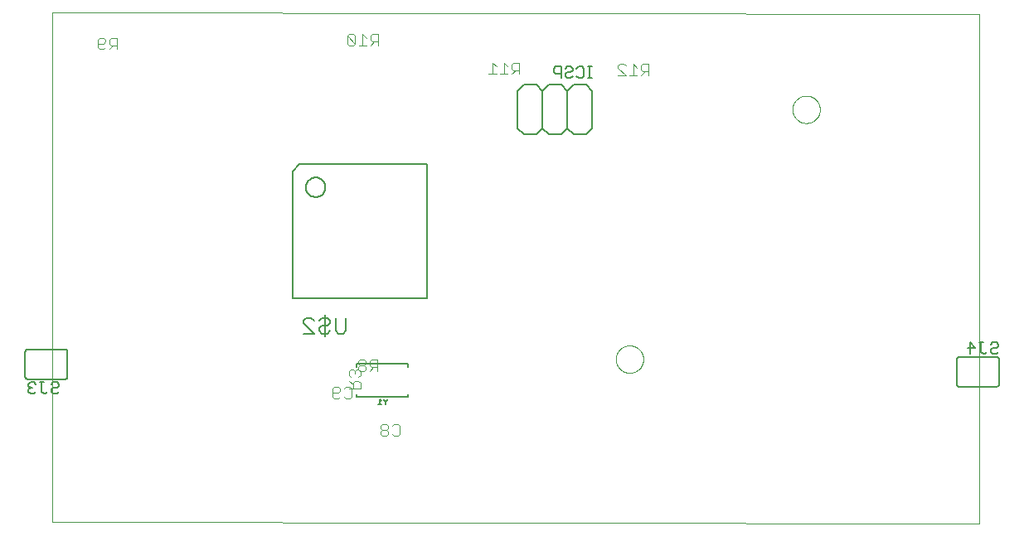
<source format=gbo>
G75*
%MOIN*%
%OFA0B0*%
%FSLAX25Y25*%
%IPPOS*%
%LPD*%
%AMOC8*
5,1,8,0,0,1.08239X$1,22.5*
%
%ADD10C,0.00000*%
%ADD11C,0.00600*%
%ADD12C,0.00500*%
%ADD13C,0.00800*%
%ADD14C,0.00400*%
%ADD15C,0.00700*%
D10*
X0014000Y0001800D02*
X0014000Y0206761D01*
X0386701Y0206261D01*
X0386701Y0001300D01*
X0014000Y0001800D01*
X0240488Y0067300D02*
X0240490Y0067448D01*
X0240496Y0067596D01*
X0240506Y0067744D01*
X0240520Y0067891D01*
X0240538Y0068038D01*
X0240559Y0068184D01*
X0240585Y0068330D01*
X0240615Y0068475D01*
X0240648Y0068619D01*
X0240686Y0068762D01*
X0240727Y0068904D01*
X0240772Y0069045D01*
X0240820Y0069185D01*
X0240873Y0069324D01*
X0240929Y0069461D01*
X0240989Y0069596D01*
X0241052Y0069730D01*
X0241119Y0069862D01*
X0241190Y0069992D01*
X0241264Y0070120D01*
X0241341Y0070246D01*
X0241422Y0070370D01*
X0241506Y0070492D01*
X0241593Y0070611D01*
X0241684Y0070728D01*
X0241778Y0070843D01*
X0241874Y0070955D01*
X0241974Y0071065D01*
X0242076Y0071171D01*
X0242182Y0071275D01*
X0242290Y0071376D01*
X0242401Y0071474D01*
X0242514Y0071570D01*
X0242630Y0071662D01*
X0242748Y0071751D01*
X0242869Y0071836D01*
X0242992Y0071919D01*
X0243117Y0071998D01*
X0243244Y0072074D01*
X0243373Y0072146D01*
X0243504Y0072215D01*
X0243637Y0072280D01*
X0243772Y0072341D01*
X0243908Y0072399D01*
X0244045Y0072454D01*
X0244184Y0072504D01*
X0244325Y0072551D01*
X0244466Y0072594D01*
X0244609Y0072634D01*
X0244753Y0072669D01*
X0244897Y0072701D01*
X0245043Y0072728D01*
X0245189Y0072752D01*
X0245336Y0072772D01*
X0245483Y0072788D01*
X0245630Y0072800D01*
X0245778Y0072808D01*
X0245926Y0072812D01*
X0246074Y0072812D01*
X0246222Y0072808D01*
X0246370Y0072800D01*
X0246517Y0072788D01*
X0246664Y0072772D01*
X0246811Y0072752D01*
X0246957Y0072728D01*
X0247103Y0072701D01*
X0247247Y0072669D01*
X0247391Y0072634D01*
X0247534Y0072594D01*
X0247675Y0072551D01*
X0247816Y0072504D01*
X0247955Y0072454D01*
X0248092Y0072399D01*
X0248228Y0072341D01*
X0248363Y0072280D01*
X0248496Y0072215D01*
X0248627Y0072146D01*
X0248756Y0072074D01*
X0248883Y0071998D01*
X0249008Y0071919D01*
X0249131Y0071836D01*
X0249252Y0071751D01*
X0249370Y0071662D01*
X0249486Y0071570D01*
X0249599Y0071474D01*
X0249710Y0071376D01*
X0249818Y0071275D01*
X0249924Y0071171D01*
X0250026Y0071065D01*
X0250126Y0070955D01*
X0250222Y0070843D01*
X0250316Y0070728D01*
X0250407Y0070611D01*
X0250494Y0070492D01*
X0250578Y0070370D01*
X0250659Y0070246D01*
X0250736Y0070120D01*
X0250810Y0069992D01*
X0250881Y0069862D01*
X0250948Y0069730D01*
X0251011Y0069596D01*
X0251071Y0069461D01*
X0251127Y0069324D01*
X0251180Y0069185D01*
X0251228Y0069045D01*
X0251273Y0068904D01*
X0251314Y0068762D01*
X0251352Y0068619D01*
X0251385Y0068475D01*
X0251415Y0068330D01*
X0251441Y0068184D01*
X0251462Y0068038D01*
X0251480Y0067891D01*
X0251494Y0067744D01*
X0251504Y0067596D01*
X0251510Y0067448D01*
X0251512Y0067300D01*
X0251510Y0067152D01*
X0251504Y0067004D01*
X0251494Y0066856D01*
X0251480Y0066709D01*
X0251462Y0066562D01*
X0251441Y0066416D01*
X0251415Y0066270D01*
X0251385Y0066125D01*
X0251352Y0065981D01*
X0251314Y0065838D01*
X0251273Y0065696D01*
X0251228Y0065555D01*
X0251180Y0065415D01*
X0251127Y0065276D01*
X0251071Y0065139D01*
X0251011Y0065004D01*
X0250948Y0064870D01*
X0250881Y0064738D01*
X0250810Y0064608D01*
X0250736Y0064480D01*
X0250659Y0064354D01*
X0250578Y0064230D01*
X0250494Y0064108D01*
X0250407Y0063989D01*
X0250316Y0063872D01*
X0250222Y0063757D01*
X0250126Y0063645D01*
X0250026Y0063535D01*
X0249924Y0063429D01*
X0249818Y0063325D01*
X0249710Y0063224D01*
X0249599Y0063126D01*
X0249486Y0063030D01*
X0249370Y0062938D01*
X0249252Y0062849D01*
X0249131Y0062764D01*
X0249008Y0062681D01*
X0248883Y0062602D01*
X0248756Y0062526D01*
X0248627Y0062454D01*
X0248496Y0062385D01*
X0248363Y0062320D01*
X0248228Y0062259D01*
X0248092Y0062201D01*
X0247955Y0062146D01*
X0247816Y0062096D01*
X0247675Y0062049D01*
X0247534Y0062006D01*
X0247391Y0061966D01*
X0247247Y0061931D01*
X0247103Y0061899D01*
X0246957Y0061872D01*
X0246811Y0061848D01*
X0246664Y0061828D01*
X0246517Y0061812D01*
X0246370Y0061800D01*
X0246222Y0061792D01*
X0246074Y0061788D01*
X0245926Y0061788D01*
X0245778Y0061792D01*
X0245630Y0061800D01*
X0245483Y0061812D01*
X0245336Y0061828D01*
X0245189Y0061848D01*
X0245043Y0061872D01*
X0244897Y0061899D01*
X0244753Y0061931D01*
X0244609Y0061966D01*
X0244466Y0062006D01*
X0244325Y0062049D01*
X0244184Y0062096D01*
X0244045Y0062146D01*
X0243908Y0062201D01*
X0243772Y0062259D01*
X0243637Y0062320D01*
X0243504Y0062385D01*
X0243373Y0062454D01*
X0243244Y0062526D01*
X0243117Y0062602D01*
X0242992Y0062681D01*
X0242869Y0062764D01*
X0242748Y0062849D01*
X0242630Y0062938D01*
X0242514Y0063030D01*
X0242401Y0063126D01*
X0242290Y0063224D01*
X0242182Y0063325D01*
X0242076Y0063429D01*
X0241974Y0063535D01*
X0241874Y0063645D01*
X0241778Y0063757D01*
X0241684Y0063872D01*
X0241593Y0063989D01*
X0241506Y0064108D01*
X0241422Y0064230D01*
X0241341Y0064354D01*
X0241264Y0064480D01*
X0241190Y0064608D01*
X0241119Y0064738D01*
X0241052Y0064870D01*
X0240989Y0065004D01*
X0240929Y0065139D01*
X0240873Y0065276D01*
X0240820Y0065415D01*
X0240772Y0065555D01*
X0240727Y0065696D01*
X0240686Y0065838D01*
X0240648Y0065981D01*
X0240615Y0066125D01*
X0240585Y0066270D01*
X0240559Y0066416D01*
X0240538Y0066562D01*
X0240520Y0066709D01*
X0240506Y0066856D01*
X0240496Y0067004D01*
X0240490Y0067152D01*
X0240488Y0067300D01*
X0311488Y0167800D02*
X0311490Y0167948D01*
X0311496Y0168096D01*
X0311506Y0168244D01*
X0311520Y0168391D01*
X0311538Y0168538D01*
X0311559Y0168684D01*
X0311585Y0168830D01*
X0311615Y0168975D01*
X0311648Y0169119D01*
X0311686Y0169262D01*
X0311727Y0169404D01*
X0311772Y0169545D01*
X0311820Y0169685D01*
X0311873Y0169824D01*
X0311929Y0169961D01*
X0311989Y0170096D01*
X0312052Y0170230D01*
X0312119Y0170362D01*
X0312190Y0170492D01*
X0312264Y0170620D01*
X0312341Y0170746D01*
X0312422Y0170870D01*
X0312506Y0170992D01*
X0312593Y0171111D01*
X0312684Y0171228D01*
X0312778Y0171343D01*
X0312874Y0171455D01*
X0312974Y0171565D01*
X0313076Y0171671D01*
X0313182Y0171775D01*
X0313290Y0171876D01*
X0313401Y0171974D01*
X0313514Y0172070D01*
X0313630Y0172162D01*
X0313748Y0172251D01*
X0313869Y0172336D01*
X0313992Y0172419D01*
X0314117Y0172498D01*
X0314244Y0172574D01*
X0314373Y0172646D01*
X0314504Y0172715D01*
X0314637Y0172780D01*
X0314772Y0172841D01*
X0314908Y0172899D01*
X0315045Y0172954D01*
X0315184Y0173004D01*
X0315325Y0173051D01*
X0315466Y0173094D01*
X0315609Y0173134D01*
X0315753Y0173169D01*
X0315897Y0173201D01*
X0316043Y0173228D01*
X0316189Y0173252D01*
X0316336Y0173272D01*
X0316483Y0173288D01*
X0316630Y0173300D01*
X0316778Y0173308D01*
X0316926Y0173312D01*
X0317074Y0173312D01*
X0317222Y0173308D01*
X0317370Y0173300D01*
X0317517Y0173288D01*
X0317664Y0173272D01*
X0317811Y0173252D01*
X0317957Y0173228D01*
X0318103Y0173201D01*
X0318247Y0173169D01*
X0318391Y0173134D01*
X0318534Y0173094D01*
X0318675Y0173051D01*
X0318816Y0173004D01*
X0318955Y0172954D01*
X0319092Y0172899D01*
X0319228Y0172841D01*
X0319363Y0172780D01*
X0319496Y0172715D01*
X0319627Y0172646D01*
X0319756Y0172574D01*
X0319883Y0172498D01*
X0320008Y0172419D01*
X0320131Y0172336D01*
X0320252Y0172251D01*
X0320370Y0172162D01*
X0320486Y0172070D01*
X0320599Y0171974D01*
X0320710Y0171876D01*
X0320818Y0171775D01*
X0320924Y0171671D01*
X0321026Y0171565D01*
X0321126Y0171455D01*
X0321222Y0171343D01*
X0321316Y0171228D01*
X0321407Y0171111D01*
X0321494Y0170992D01*
X0321578Y0170870D01*
X0321659Y0170746D01*
X0321736Y0170620D01*
X0321810Y0170492D01*
X0321881Y0170362D01*
X0321948Y0170230D01*
X0322011Y0170096D01*
X0322071Y0169961D01*
X0322127Y0169824D01*
X0322180Y0169685D01*
X0322228Y0169545D01*
X0322273Y0169404D01*
X0322314Y0169262D01*
X0322352Y0169119D01*
X0322385Y0168975D01*
X0322415Y0168830D01*
X0322441Y0168684D01*
X0322462Y0168538D01*
X0322480Y0168391D01*
X0322494Y0168244D01*
X0322504Y0168096D01*
X0322510Y0167948D01*
X0322512Y0167800D01*
X0322510Y0167652D01*
X0322504Y0167504D01*
X0322494Y0167356D01*
X0322480Y0167209D01*
X0322462Y0167062D01*
X0322441Y0166916D01*
X0322415Y0166770D01*
X0322385Y0166625D01*
X0322352Y0166481D01*
X0322314Y0166338D01*
X0322273Y0166196D01*
X0322228Y0166055D01*
X0322180Y0165915D01*
X0322127Y0165776D01*
X0322071Y0165639D01*
X0322011Y0165504D01*
X0321948Y0165370D01*
X0321881Y0165238D01*
X0321810Y0165108D01*
X0321736Y0164980D01*
X0321659Y0164854D01*
X0321578Y0164730D01*
X0321494Y0164608D01*
X0321407Y0164489D01*
X0321316Y0164372D01*
X0321222Y0164257D01*
X0321126Y0164145D01*
X0321026Y0164035D01*
X0320924Y0163929D01*
X0320818Y0163825D01*
X0320710Y0163724D01*
X0320599Y0163626D01*
X0320486Y0163530D01*
X0320370Y0163438D01*
X0320252Y0163349D01*
X0320131Y0163264D01*
X0320008Y0163181D01*
X0319883Y0163102D01*
X0319756Y0163026D01*
X0319627Y0162954D01*
X0319496Y0162885D01*
X0319363Y0162820D01*
X0319228Y0162759D01*
X0319092Y0162701D01*
X0318955Y0162646D01*
X0318816Y0162596D01*
X0318675Y0162549D01*
X0318534Y0162506D01*
X0318391Y0162466D01*
X0318247Y0162431D01*
X0318103Y0162399D01*
X0317957Y0162372D01*
X0317811Y0162348D01*
X0317664Y0162328D01*
X0317517Y0162312D01*
X0317370Y0162300D01*
X0317222Y0162292D01*
X0317074Y0162288D01*
X0316926Y0162288D01*
X0316778Y0162292D01*
X0316630Y0162300D01*
X0316483Y0162312D01*
X0316336Y0162328D01*
X0316189Y0162348D01*
X0316043Y0162372D01*
X0315897Y0162399D01*
X0315753Y0162431D01*
X0315609Y0162466D01*
X0315466Y0162506D01*
X0315325Y0162549D01*
X0315184Y0162596D01*
X0315045Y0162646D01*
X0314908Y0162701D01*
X0314772Y0162759D01*
X0314637Y0162820D01*
X0314504Y0162885D01*
X0314373Y0162954D01*
X0314244Y0163026D01*
X0314117Y0163102D01*
X0313992Y0163181D01*
X0313869Y0163264D01*
X0313748Y0163349D01*
X0313630Y0163438D01*
X0313514Y0163530D01*
X0313401Y0163626D01*
X0313290Y0163724D01*
X0313182Y0163825D01*
X0313076Y0163929D01*
X0312974Y0164035D01*
X0312874Y0164145D01*
X0312778Y0164257D01*
X0312684Y0164372D01*
X0312593Y0164489D01*
X0312506Y0164608D01*
X0312422Y0164730D01*
X0312341Y0164854D01*
X0312264Y0164980D01*
X0312190Y0165108D01*
X0312119Y0165238D01*
X0312052Y0165370D01*
X0311989Y0165504D01*
X0311929Y0165639D01*
X0311873Y0165776D01*
X0311820Y0165915D01*
X0311772Y0166055D01*
X0311727Y0166196D01*
X0311686Y0166338D01*
X0311648Y0166481D01*
X0311615Y0166625D01*
X0311585Y0166770D01*
X0311559Y0166916D01*
X0311538Y0167062D01*
X0311520Y0167209D01*
X0311506Y0167356D01*
X0311496Y0167504D01*
X0311490Y0167652D01*
X0311488Y0167800D01*
D11*
X0231000Y0160300D02*
X0231000Y0175300D01*
X0228500Y0177800D01*
X0223500Y0177800D01*
X0221000Y0175300D01*
X0221000Y0160300D01*
X0218500Y0157800D01*
X0213500Y0157800D01*
X0211000Y0160300D01*
X0208500Y0157800D01*
X0203500Y0157800D01*
X0201000Y0160300D01*
X0201000Y0175300D01*
X0203500Y0177800D01*
X0208500Y0177800D01*
X0211000Y0175300D01*
X0211000Y0160300D01*
X0221000Y0160300D02*
X0223500Y0157800D01*
X0228500Y0157800D01*
X0231000Y0160300D01*
X0221000Y0175300D02*
X0218500Y0177800D01*
X0213500Y0177800D01*
X0211000Y0175300D01*
X0164559Y0145859D02*
X0113394Y0145859D01*
X0110441Y0142906D01*
X0110441Y0091741D01*
X0164559Y0091741D01*
X0164559Y0145859D01*
X0115846Y0136517D02*
X0115848Y0136642D01*
X0115854Y0136767D01*
X0115864Y0136891D01*
X0115878Y0137015D01*
X0115895Y0137139D01*
X0115917Y0137262D01*
X0115943Y0137384D01*
X0115972Y0137506D01*
X0116005Y0137626D01*
X0116043Y0137745D01*
X0116083Y0137864D01*
X0116128Y0137980D01*
X0116176Y0138095D01*
X0116228Y0138209D01*
X0116284Y0138321D01*
X0116343Y0138431D01*
X0116405Y0138539D01*
X0116471Y0138646D01*
X0116540Y0138750D01*
X0116613Y0138851D01*
X0116688Y0138951D01*
X0116767Y0139048D01*
X0116849Y0139142D01*
X0116934Y0139234D01*
X0117021Y0139323D01*
X0117112Y0139409D01*
X0117205Y0139492D01*
X0117301Y0139573D01*
X0117399Y0139650D01*
X0117499Y0139724D01*
X0117602Y0139795D01*
X0117707Y0139862D01*
X0117815Y0139927D01*
X0117924Y0139987D01*
X0118035Y0140045D01*
X0118148Y0140098D01*
X0118262Y0140148D01*
X0118378Y0140195D01*
X0118495Y0140237D01*
X0118614Y0140276D01*
X0118734Y0140312D01*
X0118855Y0140343D01*
X0118977Y0140371D01*
X0119099Y0140394D01*
X0119223Y0140414D01*
X0119347Y0140430D01*
X0119471Y0140442D01*
X0119596Y0140450D01*
X0119721Y0140454D01*
X0119845Y0140454D01*
X0119970Y0140450D01*
X0120095Y0140442D01*
X0120219Y0140430D01*
X0120343Y0140414D01*
X0120467Y0140394D01*
X0120589Y0140371D01*
X0120711Y0140343D01*
X0120832Y0140312D01*
X0120952Y0140276D01*
X0121071Y0140237D01*
X0121188Y0140195D01*
X0121304Y0140148D01*
X0121418Y0140098D01*
X0121531Y0140045D01*
X0121642Y0139987D01*
X0121752Y0139927D01*
X0121859Y0139862D01*
X0121964Y0139795D01*
X0122067Y0139724D01*
X0122167Y0139650D01*
X0122265Y0139573D01*
X0122361Y0139492D01*
X0122454Y0139409D01*
X0122545Y0139323D01*
X0122632Y0139234D01*
X0122717Y0139142D01*
X0122799Y0139048D01*
X0122878Y0138951D01*
X0122953Y0138851D01*
X0123026Y0138750D01*
X0123095Y0138646D01*
X0123161Y0138539D01*
X0123223Y0138431D01*
X0123282Y0138321D01*
X0123338Y0138209D01*
X0123390Y0138095D01*
X0123438Y0137980D01*
X0123483Y0137864D01*
X0123523Y0137745D01*
X0123561Y0137626D01*
X0123594Y0137506D01*
X0123623Y0137384D01*
X0123649Y0137262D01*
X0123671Y0137139D01*
X0123688Y0137015D01*
X0123702Y0136891D01*
X0123712Y0136767D01*
X0123718Y0136642D01*
X0123720Y0136517D01*
X0123718Y0136392D01*
X0123712Y0136267D01*
X0123702Y0136143D01*
X0123688Y0136019D01*
X0123671Y0135895D01*
X0123649Y0135772D01*
X0123623Y0135650D01*
X0123594Y0135528D01*
X0123561Y0135408D01*
X0123523Y0135289D01*
X0123483Y0135170D01*
X0123438Y0135054D01*
X0123390Y0134939D01*
X0123338Y0134825D01*
X0123282Y0134713D01*
X0123223Y0134603D01*
X0123161Y0134495D01*
X0123095Y0134388D01*
X0123026Y0134284D01*
X0122953Y0134183D01*
X0122878Y0134083D01*
X0122799Y0133986D01*
X0122717Y0133892D01*
X0122632Y0133800D01*
X0122545Y0133711D01*
X0122454Y0133625D01*
X0122361Y0133542D01*
X0122265Y0133461D01*
X0122167Y0133384D01*
X0122067Y0133310D01*
X0121964Y0133239D01*
X0121859Y0133172D01*
X0121751Y0133107D01*
X0121642Y0133047D01*
X0121531Y0132989D01*
X0121418Y0132936D01*
X0121304Y0132886D01*
X0121188Y0132839D01*
X0121071Y0132797D01*
X0120952Y0132758D01*
X0120832Y0132722D01*
X0120711Y0132691D01*
X0120589Y0132663D01*
X0120467Y0132640D01*
X0120343Y0132620D01*
X0120219Y0132604D01*
X0120095Y0132592D01*
X0119970Y0132584D01*
X0119845Y0132580D01*
X0119721Y0132580D01*
X0119596Y0132584D01*
X0119471Y0132592D01*
X0119347Y0132604D01*
X0119223Y0132620D01*
X0119099Y0132640D01*
X0118977Y0132663D01*
X0118855Y0132691D01*
X0118734Y0132722D01*
X0118614Y0132758D01*
X0118495Y0132797D01*
X0118378Y0132839D01*
X0118262Y0132886D01*
X0118148Y0132936D01*
X0118035Y0132989D01*
X0117924Y0133047D01*
X0117814Y0133107D01*
X0117707Y0133172D01*
X0117602Y0133239D01*
X0117499Y0133310D01*
X0117399Y0133384D01*
X0117301Y0133461D01*
X0117205Y0133542D01*
X0117112Y0133625D01*
X0117021Y0133711D01*
X0116934Y0133800D01*
X0116849Y0133892D01*
X0116767Y0133986D01*
X0116688Y0134083D01*
X0116613Y0134183D01*
X0116540Y0134284D01*
X0116471Y0134388D01*
X0116405Y0134495D01*
X0116343Y0134603D01*
X0116284Y0134713D01*
X0116228Y0134825D01*
X0116176Y0134939D01*
X0116128Y0135054D01*
X0116083Y0135170D01*
X0116043Y0135289D01*
X0116005Y0135408D01*
X0115972Y0135528D01*
X0115943Y0135650D01*
X0115917Y0135772D01*
X0115895Y0135895D01*
X0115878Y0136019D01*
X0115864Y0136143D01*
X0115854Y0136267D01*
X0115848Y0136392D01*
X0115846Y0136517D01*
X0019000Y0071300D02*
X0004000Y0071300D01*
X0003940Y0071298D01*
X0003879Y0071293D01*
X0003820Y0071284D01*
X0003761Y0071271D01*
X0003702Y0071255D01*
X0003645Y0071235D01*
X0003590Y0071212D01*
X0003535Y0071185D01*
X0003483Y0071156D01*
X0003432Y0071123D01*
X0003383Y0071087D01*
X0003337Y0071049D01*
X0003293Y0071007D01*
X0003251Y0070963D01*
X0003213Y0070917D01*
X0003177Y0070868D01*
X0003144Y0070817D01*
X0003115Y0070765D01*
X0003088Y0070710D01*
X0003065Y0070655D01*
X0003045Y0070598D01*
X0003029Y0070539D01*
X0003016Y0070480D01*
X0003007Y0070421D01*
X0003002Y0070360D01*
X0003000Y0070300D01*
X0003000Y0060300D01*
X0003002Y0060240D01*
X0003007Y0060179D01*
X0003016Y0060120D01*
X0003029Y0060061D01*
X0003045Y0060002D01*
X0003065Y0059945D01*
X0003088Y0059890D01*
X0003115Y0059835D01*
X0003144Y0059783D01*
X0003177Y0059732D01*
X0003213Y0059683D01*
X0003251Y0059637D01*
X0003293Y0059593D01*
X0003337Y0059551D01*
X0003383Y0059513D01*
X0003432Y0059477D01*
X0003483Y0059444D01*
X0003535Y0059415D01*
X0003590Y0059388D01*
X0003645Y0059365D01*
X0003702Y0059345D01*
X0003761Y0059329D01*
X0003820Y0059316D01*
X0003879Y0059307D01*
X0003940Y0059302D01*
X0004000Y0059300D01*
X0019000Y0059300D01*
X0019060Y0059302D01*
X0019121Y0059307D01*
X0019180Y0059316D01*
X0019239Y0059329D01*
X0019298Y0059345D01*
X0019355Y0059365D01*
X0019410Y0059388D01*
X0019465Y0059415D01*
X0019517Y0059444D01*
X0019568Y0059477D01*
X0019617Y0059513D01*
X0019663Y0059551D01*
X0019707Y0059593D01*
X0019749Y0059637D01*
X0019787Y0059683D01*
X0019823Y0059732D01*
X0019856Y0059783D01*
X0019885Y0059835D01*
X0019912Y0059890D01*
X0019935Y0059945D01*
X0019955Y0060002D01*
X0019971Y0060061D01*
X0019984Y0060120D01*
X0019993Y0060179D01*
X0019998Y0060240D01*
X0020000Y0060300D01*
X0020000Y0070300D01*
X0019998Y0070360D01*
X0019993Y0070421D01*
X0019984Y0070480D01*
X0019971Y0070539D01*
X0019955Y0070598D01*
X0019935Y0070655D01*
X0019912Y0070710D01*
X0019885Y0070765D01*
X0019856Y0070817D01*
X0019823Y0070868D01*
X0019787Y0070917D01*
X0019749Y0070963D01*
X0019707Y0071007D01*
X0019663Y0071049D01*
X0019617Y0071087D01*
X0019568Y0071123D01*
X0019517Y0071156D01*
X0019465Y0071185D01*
X0019410Y0071212D01*
X0019355Y0071235D01*
X0019298Y0071255D01*
X0019239Y0071271D01*
X0019180Y0071284D01*
X0019121Y0071293D01*
X0019060Y0071298D01*
X0019000Y0071300D01*
X0377500Y0067300D02*
X0377500Y0057300D01*
X0377502Y0057240D01*
X0377507Y0057179D01*
X0377516Y0057120D01*
X0377529Y0057061D01*
X0377545Y0057002D01*
X0377565Y0056945D01*
X0377588Y0056890D01*
X0377615Y0056835D01*
X0377644Y0056783D01*
X0377677Y0056732D01*
X0377713Y0056683D01*
X0377751Y0056637D01*
X0377793Y0056593D01*
X0377837Y0056551D01*
X0377883Y0056513D01*
X0377932Y0056477D01*
X0377983Y0056444D01*
X0378035Y0056415D01*
X0378090Y0056388D01*
X0378145Y0056365D01*
X0378202Y0056345D01*
X0378261Y0056329D01*
X0378320Y0056316D01*
X0378379Y0056307D01*
X0378440Y0056302D01*
X0378500Y0056300D01*
X0393500Y0056300D01*
X0393560Y0056302D01*
X0393621Y0056307D01*
X0393680Y0056316D01*
X0393739Y0056329D01*
X0393798Y0056345D01*
X0393855Y0056365D01*
X0393910Y0056388D01*
X0393965Y0056415D01*
X0394017Y0056444D01*
X0394068Y0056477D01*
X0394117Y0056513D01*
X0394163Y0056551D01*
X0394207Y0056593D01*
X0394249Y0056637D01*
X0394287Y0056683D01*
X0394323Y0056732D01*
X0394356Y0056783D01*
X0394385Y0056835D01*
X0394412Y0056890D01*
X0394435Y0056945D01*
X0394455Y0057002D01*
X0394471Y0057061D01*
X0394484Y0057120D01*
X0394493Y0057179D01*
X0394498Y0057240D01*
X0394500Y0057300D01*
X0394500Y0067300D01*
X0394498Y0067360D01*
X0394493Y0067421D01*
X0394484Y0067480D01*
X0394471Y0067539D01*
X0394455Y0067598D01*
X0394435Y0067655D01*
X0394412Y0067710D01*
X0394385Y0067765D01*
X0394356Y0067817D01*
X0394323Y0067868D01*
X0394287Y0067917D01*
X0394249Y0067963D01*
X0394207Y0068007D01*
X0394163Y0068049D01*
X0394117Y0068087D01*
X0394068Y0068123D01*
X0394017Y0068156D01*
X0393965Y0068185D01*
X0393910Y0068212D01*
X0393855Y0068235D01*
X0393798Y0068255D01*
X0393739Y0068271D01*
X0393680Y0068284D01*
X0393621Y0068293D01*
X0393560Y0068298D01*
X0393500Y0068300D01*
X0378500Y0068300D01*
X0378440Y0068298D01*
X0378379Y0068293D01*
X0378320Y0068284D01*
X0378261Y0068271D01*
X0378202Y0068255D01*
X0378145Y0068235D01*
X0378090Y0068212D01*
X0378035Y0068185D01*
X0377983Y0068156D01*
X0377932Y0068123D01*
X0377883Y0068087D01*
X0377837Y0068049D01*
X0377793Y0068007D01*
X0377751Y0067963D01*
X0377713Y0067917D01*
X0377677Y0067868D01*
X0377644Y0067817D01*
X0377615Y0067765D01*
X0377588Y0067710D01*
X0377565Y0067655D01*
X0377545Y0067598D01*
X0377529Y0067539D01*
X0377516Y0067480D01*
X0377507Y0067421D01*
X0377502Y0067360D01*
X0377500Y0067300D01*
D12*
X0382790Y0069550D02*
X0382790Y0074054D01*
X0385042Y0071802D01*
X0382040Y0071802D01*
X0386644Y0074054D02*
X0388145Y0074054D01*
X0387394Y0074054D02*
X0387394Y0070301D01*
X0388145Y0069550D01*
X0388895Y0069550D01*
X0389646Y0070301D01*
X0391247Y0070301D02*
X0391998Y0069550D01*
X0393499Y0069550D01*
X0394250Y0070301D01*
X0393499Y0071802D02*
X0391998Y0071802D01*
X0391247Y0071051D01*
X0391247Y0070301D01*
X0393499Y0071802D02*
X0394250Y0072553D01*
X0394250Y0073303D01*
X0393499Y0074054D01*
X0391998Y0074054D01*
X0391247Y0073303D01*
X0230750Y0180550D02*
X0229249Y0180550D01*
X0229999Y0180550D02*
X0229999Y0185054D01*
X0229249Y0185054D02*
X0230750Y0185054D01*
X0227681Y0184303D02*
X0227681Y0181301D01*
X0226930Y0180550D01*
X0225429Y0180550D01*
X0224678Y0181301D01*
X0223077Y0181301D02*
X0222326Y0180550D01*
X0220825Y0180550D01*
X0220074Y0181301D01*
X0220074Y0182051D01*
X0220825Y0182802D01*
X0222326Y0182802D01*
X0223077Y0183553D01*
X0223077Y0184303D01*
X0222326Y0185054D01*
X0220825Y0185054D01*
X0220074Y0184303D01*
X0218473Y0185054D02*
X0216221Y0185054D01*
X0215470Y0184303D01*
X0215470Y0182802D01*
X0216221Y0182051D01*
X0218473Y0182051D01*
X0218473Y0180550D02*
X0218473Y0185054D01*
X0224678Y0184303D02*
X0225429Y0185054D01*
X0226930Y0185054D01*
X0227681Y0184303D01*
X0016562Y0057303D02*
X0015811Y0058054D01*
X0014310Y0058054D01*
X0013559Y0057303D01*
X0014310Y0055802D02*
X0013559Y0055051D01*
X0013559Y0054301D01*
X0014310Y0053550D01*
X0015811Y0053550D01*
X0016562Y0054301D01*
X0015811Y0055802D02*
X0014310Y0055802D01*
X0015811Y0055802D02*
X0016562Y0056553D01*
X0016562Y0057303D01*
X0011958Y0054301D02*
X0011207Y0053550D01*
X0010457Y0053550D01*
X0009706Y0054301D01*
X0009706Y0058054D01*
X0010457Y0058054D02*
X0008955Y0058054D01*
X0007354Y0057303D02*
X0006603Y0058054D01*
X0005102Y0058054D01*
X0004351Y0057303D01*
X0004351Y0056553D01*
X0005102Y0055802D01*
X0004351Y0055051D01*
X0004351Y0054301D01*
X0005102Y0053550D01*
X0006603Y0053550D01*
X0007354Y0054301D01*
X0005853Y0055802D02*
X0005102Y0055802D01*
X0144982Y0049256D02*
X0146250Y0049256D01*
X0145616Y0049256D02*
X0145616Y0051158D01*
X0146250Y0050524D01*
X0147192Y0050841D02*
X0147192Y0051158D01*
X0147192Y0050841D02*
X0147826Y0050207D01*
X0147826Y0049256D01*
X0147826Y0050207D02*
X0148460Y0050841D01*
X0148460Y0051158D01*
D13*
X0156736Y0052107D02*
X0156736Y0053288D01*
X0156736Y0052107D02*
X0136264Y0052107D01*
X0136264Y0053288D01*
X0136264Y0064312D02*
X0136264Y0065493D01*
X0156736Y0065493D01*
X0156736Y0064312D01*
D14*
X0144508Y0064035D02*
X0142206Y0064035D01*
X0141439Y0064802D01*
X0141439Y0066337D01*
X0142206Y0067104D01*
X0144508Y0067104D01*
X0144508Y0062500D01*
X0142973Y0064035D02*
X0141439Y0062500D01*
X0139904Y0063267D02*
X0139904Y0064035D01*
X0139137Y0064802D01*
X0137602Y0064802D01*
X0136835Y0064035D01*
X0136835Y0063267D01*
X0137602Y0062500D01*
X0139137Y0062500D01*
X0139904Y0063267D01*
X0139137Y0064802D02*
X0139904Y0065569D01*
X0139904Y0066337D01*
X0139137Y0067104D01*
X0137602Y0067104D01*
X0136835Y0066337D01*
X0136835Y0065569D01*
X0137602Y0064802D01*
X0137037Y0063173D02*
X0136269Y0063173D01*
X0135502Y0062406D01*
X0134735Y0063173D01*
X0133967Y0063173D01*
X0133200Y0062406D01*
X0133200Y0060871D01*
X0133967Y0060104D01*
X0133200Y0058569D02*
X0134735Y0057035D01*
X0134735Y0057802D02*
X0134735Y0055500D01*
X0134300Y0055337D02*
X0134300Y0052267D01*
X0133533Y0051500D01*
X0131998Y0051500D01*
X0131231Y0052267D01*
X0129696Y0052267D02*
X0128929Y0051500D01*
X0127394Y0051500D01*
X0126627Y0052267D01*
X0126627Y0055337D01*
X0127394Y0056104D01*
X0128929Y0056104D01*
X0129696Y0055337D01*
X0129696Y0054569D01*
X0128929Y0053802D01*
X0126627Y0053802D01*
X0131231Y0055337D02*
X0131998Y0056104D01*
X0133533Y0056104D01*
X0134300Y0055337D01*
X0133200Y0055500D02*
X0137804Y0055500D01*
X0137804Y0057802D01*
X0137037Y0058569D01*
X0135502Y0058569D01*
X0134735Y0057802D01*
X0137037Y0060104D02*
X0137804Y0060871D01*
X0137804Y0062406D01*
X0137037Y0063173D01*
X0135502Y0062406D02*
X0135502Y0061639D01*
X0146602Y0041104D02*
X0145835Y0040337D01*
X0145835Y0039569D01*
X0146602Y0038802D01*
X0148137Y0038802D01*
X0148904Y0039569D01*
X0148904Y0040337D01*
X0148137Y0041104D01*
X0146602Y0041104D01*
X0146602Y0038802D02*
X0145835Y0038035D01*
X0145835Y0037267D01*
X0146602Y0036500D01*
X0148137Y0036500D01*
X0148904Y0037267D01*
X0148904Y0038035D01*
X0148137Y0038802D01*
X0150439Y0040337D02*
X0151206Y0041104D01*
X0152741Y0041104D01*
X0153508Y0040337D01*
X0153508Y0037267D01*
X0152741Y0036500D01*
X0151206Y0036500D01*
X0150439Y0037267D01*
X0241335Y0181500D02*
X0244404Y0181500D01*
X0241335Y0184569D01*
X0241335Y0185337D01*
X0242102Y0186104D01*
X0243637Y0186104D01*
X0244404Y0185337D01*
X0247473Y0186104D02*
X0247473Y0181500D01*
X0245939Y0181500D02*
X0249008Y0181500D01*
X0250543Y0181500D02*
X0252077Y0183035D01*
X0251310Y0183035D02*
X0253612Y0183035D01*
X0253612Y0181500D02*
X0253612Y0186104D01*
X0251310Y0186104D01*
X0250543Y0185337D01*
X0250543Y0183802D01*
X0251310Y0183035D01*
X0249008Y0184569D02*
X0247473Y0186104D01*
X0201612Y0186604D02*
X0201612Y0182000D01*
X0201612Y0183535D02*
X0199310Y0183535D01*
X0198543Y0184302D01*
X0198543Y0185837D01*
X0199310Y0186604D01*
X0201612Y0186604D01*
X0197008Y0185069D02*
X0195473Y0186604D01*
X0195473Y0182000D01*
X0193939Y0182000D02*
X0197008Y0182000D01*
X0198543Y0182000D02*
X0200077Y0183535D01*
X0192404Y0185069D02*
X0190869Y0186604D01*
X0190869Y0182000D01*
X0189335Y0182000D02*
X0192404Y0182000D01*
X0144800Y0193500D02*
X0144800Y0198104D01*
X0142498Y0198104D01*
X0141731Y0197337D01*
X0141731Y0195802D01*
X0142498Y0195035D01*
X0144800Y0195035D01*
X0143265Y0195035D02*
X0141731Y0193500D01*
X0140196Y0193500D02*
X0137127Y0193500D01*
X0138661Y0193500D02*
X0138661Y0198104D01*
X0140196Y0196569D01*
X0135592Y0197337D02*
X0134825Y0198104D01*
X0133290Y0198104D01*
X0132523Y0197337D01*
X0135592Y0194267D01*
X0134825Y0193500D01*
X0133290Y0193500D01*
X0132523Y0194267D01*
X0132523Y0197337D01*
X0135592Y0197337D02*
X0135592Y0194267D01*
X0039800Y0193535D02*
X0037498Y0193535D01*
X0036731Y0194302D01*
X0036731Y0195837D01*
X0037498Y0196604D01*
X0039800Y0196604D01*
X0039800Y0192000D01*
X0038265Y0193535D02*
X0036731Y0192000D01*
X0035196Y0192767D02*
X0034429Y0192000D01*
X0032894Y0192000D01*
X0032127Y0192767D01*
X0032127Y0195837D01*
X0032894Y0196604D01*
X0034429Y0196604D01*
X0035196Y0195837D01*
X0035196Y0195069D01*
X0034429Y0194302D01*
X0032127Y0194302D01*
D15*
X0115943Y0083955D02*
X0118045Y0083955D01*
X0119096Y0082904D01*
X0121337Y0082904D02*
X0122388Y0083955D01*
X0124490Y0083955D01*
X0125541Y0082904D01*
X0125541Y0081854D01*
X0124490Y0080803D01*
X0122388Y0080803D01*
X0121337Y0079752D01*
X0121337Y0078701D01*
X0122388Y0077650D01*
X0124490Y0077650D01*
X0125541Y0078701D01*
X0127783Y0078701D02*
X0127783Y0083955D01*
X0131987Y0083955D02*
X0131987Y0078701D01*
X0130936Y0077650D01*
X0128834Y0077650D01*
X0127783Y0078701D01*
X0123439Y0076599D02*
X0123439Y0085006D01*
X0115943Y0083955D02*
X0114892Y0082904D01*
X0114892Y0081854D01*
X0119096Y0077650D01*
X0114892Y0077650D01*
M02*

</source>
